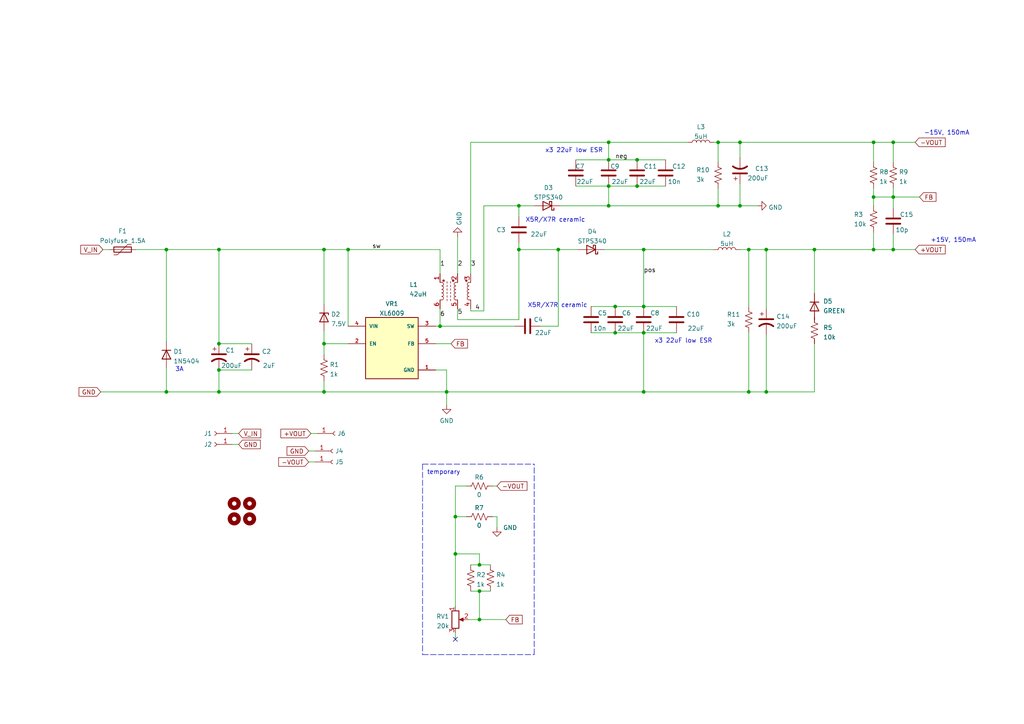
<source format=kicad_sch>
(kicad_sch (version 20211123) (generator eeschema)
  (paper "A4")
  (lib_symbols
    (symbol "!my-kicad-library:L_Ferrite_Coupled_162534" (pin_names (offset 0.254) hide)
      (property "Reference" "L" (at 0 4.445 0))
      (property "Value" "L_Ferrite_Coupled_162534" (at 0 -8.89 0))
      (symbol "L_Ferrite_Coupled_162534_0_1"
        (circle (center -3.048 -5.08) (radius 0.254) (fill (type outline)))
        (circle (center -3.048 -1.27) (radius 0.254) (fill (type outline)))
        (circle (center -3.048 1.524) (radius 0.254) (fill (type outline)))
        (arc (start -2.54 2.032) (mid -2.032 1.524) (end -1.524 2.032))
        (arc (start -1.524 -5.842) (mid -2.032 -5.334) (end -2.54 -5.842))
        (arc (start -1.524 -2.032) (mid -2.032 -1.524) (end -2.54 -2.032))
        (arc (start -1.524 2.032) (mid -1.016 1.524) (end -0.508 2.032))
        (arc (start -0.508 -5.842) (mid -1.016 -5.334) (end -1.524 -5.842))
        (arc (start -0.508 -2.032) (mid -1.016 -1.524) (end -1.524 -2.032))
        (arc (start -0.508 2.032) (mid 0 1.524) (end 0.508 2.032))
        (polyline (pts (xy -2.794 -0.508) (xy -2.286 -0.508)))
        (polyline (pts (xy -2.794 0.508) (xy -2.286 0.508)))
        (polyline (pts (xy -2.54 -5.842) (xy -2.54 -6.35)))
        (polyline (pts (xy -2.54 -2.032) (xy -2.54 -2.54)))
        (polyline (pts (xy -2.54 2.032) (xy -2.54 2.54)))
        (polyline (pts (xy -1.778 -0.508) (xy -1.27 -0.508)))
        (polyline (pts (xy -1.778 0.508) (xy -1.27 0.508)))
        (polyline (pts (xy -0.762 -0.508) (xy -0.254 -0.508)))
        (polyline (pts (xy -0.762 0.508) (xy -0.254 0.508)))
        (polyline (pts (xy 0.254 -0.508) (xy 0.762 -0.508)))
        (polyline (pts (xy 0.254 0.508) (xy 0.762 0.508)))
        (polyline (pts (xy 1.27 -0.508) (xy 1.778 -0.508)))
        (polyline (pts (xy 1.27 0.508) (xy 1.778 0.508)))
        (polyline (pts (xy 2.286 -0.508) (xy 2.794 -0.508)))
        (polyline (pts (xy 2.286 0.508) (xy 2.794 0.508)))
        (polyline (pts (xy 2.54 -5.842) (xy 2.54 -6.35)))
        (polyline (pts (xy 2.54 -2.032) (xy 2.54 -2.54)))
        (polyline (pts (xy 2.54 2.54) (xy 2.54 2.032)))
        (arc (start 0.508 -5.842) (mid 0 -5.334) (end -0.508 -5.842))
        (arc (start 0.508 -2.032) (mid 0 -1.524) (end -0.508 -2.032))
        (arc (start 0.508 2.032) (mid 1.016 1.524) (end 1.524 2.032))
        (arc (start 1.524 -5.842) (mid 1.016 -5.334) (end 0.508 -5.842))
        (arc (start 1.524 -2.032) (mid 1.016 -1.524) (end 0.508 -2.032))
        (arc (start 1.524 2.032) (mid 2.032 1.524) (end 2.54 2.032))
        (arc (start 2.54 -5.842) (mid 2.032 -5.334) (end 1.524 -5.842))
        (arc (start 2.54 -2.032) (mid 2.032 -1.524) (end 1.524 -2.032))
      )
      (symbol "L_Ferrite_Coupled_162534_1_1"
        (pin passive line (at -5.08 2.54 0) (length 2.54) (name "1") (number "1"))
        (pin passive line (at -5.08 -2.54 0) (length 2.54) (name "2") (number "2"))
        (pin passive line (at -5.08 -6.35 0) (length 2.54) (name "3") (number "3"))
        (pin passive line (at 5.08 -6.35 180) (length 2.54) (name "4") (number "4"))
        (pin passive line (at 5.08 -2.54 180) (length 2.54) (name "5") (number "5"))
        (pin passive line (at 5.08 2.54 180) (length 2.54) (name "6") (number "6"))
      )
    )
    (symbol "!my-kicad-library:XL6009" (pin_names (offset 1.016))
      (property "Reference" "VR" (at -7.62 8.89 0))
      (property "Value" "XL6009" (at -7.62 -11.43 0))
      (symbol "XL6009_0_0"
        (rectangle (start -7.62 -10.16) (end 7.62 7.62) (stroke (width 0.254)) (fill (type background)))
        (pin power_in line (at 12.7 -7.62 180) (length 5.08) (name "GND") (number "1"))
        (pin input line (at -12.7 0 0) (length 5.08) (name "EN") (number "2"))
        (pin output line (at 12.7 5.08 180) (length 5.08) (name "SW") (number "3"))
        (pin input line (at -12.7 5.08 0) (length 5.08) (name "VIN") (number "4"))
        (pin input line (at 12.7 0 180) (length 5.08) (name "FB") (number "5"))
      )
    )
    (symbol "Connector:Conn_01x01_Female" (pin_names (offset 1.016) hide)
      (property "Reference" "J" (at 0 2.54 0))
      (property "Value" "Conn_01x01_Female" (at 0 -2.54 0))
      (symbol "Conn_01x01_Female_1_1"
        (polyline (pts (xy -1.27 0) (xy -0.508 0)) (stroke (width 0.1524)))
        (arc (start 0 0.508) (mid -0.508 0) (end 0 -0.508) (stroke (width 0.1524)))
        (pin passive line (at -5.08 0 0) (length 3.81) (name "Pin_1") (number "1"))
      )
    )
    (symbol "Device:C" (pin_numbers hide) (pin_names (offset 0.254))
      (property "Reference" "C" (at 0.635 2.54 0))
      (property "Value" "C" (at 0.635 -2.54 0))
      (symbol "C_0_1"
        (polyline (pts (xy -2.032 -0.762) (xy 2.032 -0.762)) (stroke (width 0.508)))
        (polyline (pts (xy -2.032 0.762) (xy 2.032 0.762)) (stroke (width 0.508)))
      )
      (symbol "C_1_1"
        (pin passive line (at 0 3.81 270) (length 2.794) (name "~") (number "1"))
        (pin passive line (at 0 -3.81 90) (length 2.794) (name "~") (number "2"))
      )
    )
    (symbol "Device:C_Polarized_US" (pin_numbers hide) (pin_names (offset 0.254) hide)
      (property "Reference" "C" (at 0.635 2.54 0))
      (property "Value" "C_Polarized_US" (at 0.635 -2.54 0))
      (symbol "C_Polarized_US_0_1"
        (polyline (pts (xy -2.032 0.762) (xy 2.032 0.762)) (stroke (width 0.508)))
        (polyline (pts (xy -1.778 2.286) (xy -0.762 2.286)))
        (polyline (pts (xy -1.27 1.778) (xy -1.27 2.794)))
        (arc (start 2.032 -1.27) (mid 0 -0.5572) (end -2.032 -1.27) (stroke (width 0.508)))
      )
      (symbol "C_Polarized_US_1_1"
        (pin passive line (at 0 3.81 270) (length 2.794) (name "~") (number "1"))
        (pin passive line (at 0 -3.81 90) (length 3.302) (name "~") (number "2"))
      )
    )
    (symbol "Device:D_Zener" (pin_numbers hide) (pin_names (offset 1.016) hide)
      (property "Reference" "D" (at 0 2.54 0))
      (property "Value" "D_Zener" (at 0 -2.54 0))
      (symbol "D_Zener_0_1"
        (polyline (pts (xy 1.27 0) (xy -1.27 0)))
        (polyline (pts (xy -1.27 -1.27) (xy -1.27 1.27) (xy -0.762 1.27)) (stroke (width 0.254)))
        (polyline (pts (xy 1.27 -1.27) (xy 1.27 1.27) (xy -1.27 0) (xy 1.27 -1.27)) (stroke (width 0.254)))
      )
      (symbol "D_Zener_1_1"
        (pin passive line (at -3.81 0 0) (length 2.54) (name "K") (number "1"))
        (pin passive line (at 3.81 0 180) (length 2.54) (name "A") (number "2"))
      )
    )
    (symbol "Device:L" (pin_numbers hide) (pin_names (offset 1.016) hide)
      (property "Reference" "L" (at -1.27 0 90))
      (property "Value" "L" (at 1.905 0 90))
      (symbol "L_0_1"
        (arc (start 0 -2.54) (mid 0.635 -1.905) (end 0 -1.27))
        (arc (start 0 -1.27) (mid 0.635 -0.635) (end 0 0))
        (arc (start 0 0) (mid 0.635 0.635) (end 0 1.27))
        (arc (start 0 1.27) (mid 0.635 1.905) (end 0 2.54))
      )
      (symbol "L_1_1"
        (pin passive line (at 0 3.81 270) (length 1.27) (name "1") (number "1"))
        (pin passive line (at 0 -3.81 90) (length 1.27) (name "2") (number "2"))
      )
    )
    (symbol "Device:Polyfuse" (pin_numbers hide) (pin_names (offset 0))
      (property "Reference" "F" (at -2.54 0 90))
      (property "Value" "Polyfuse" (at 2.54 0 90))
      (symbol "Polyfuse_0_1"
        (rectangle (start -0.762 2.54) (end 0.762 -2.54) (stroke (width 0.254)))
        (polyline (pts (xy 0 2.54) (xy 0 -2.54)))
        (polyline (pts (xy -1.524 2.54) (xy -1.524 1.524) (xy 1.524 -1.524) (xy 1.524 -2.54)))
      )
      (symbol "Polyfuse_1_1"
        (pin passive line (at 0 3.81 270) (length 1.27) (name "~") (number "1"))
        (pin passive line (at 0 -3.81 90) (length 1.27) (name "~") (number "2"))
      )
    )
    (symbol "Device:R_Potentiometer" (pin_names (offset 1.016) hide)
      (property "Reference" "RV" (at -4.445 0 90))
      (property "Value" "R_Potentiometer" (at -2.54 0 90))
      (symbol "R_Potentiometer_0_1"
        (polyline (pts (xy 2.54 0) (xy 1.524 0)))
        (polyline (pts (xy 1.143 0) (xy 2.286 0.508) (xy 2.286 -0.508) (xy 1.143 0)) (fill (type outline)))
        (rectangle (start 1.016 2.54) (end -1.016 -2.54) (stroke (width 0.254)))
      )
      (symbol "R_Potentiometer_1_1"
        (pin passive line (at 0 3.81 270) (length 1.27) (name "1") (number "1"))
        (pin passive line (at 3.81 0 180) (length 1.27) (name "2") (number "2"))
        (pin passive line (at 0 -3.81 90) (length 1.27) (name "3") (number "3"))
      )
    )
    (symbol "Device:R_US" (pin_numbers hide) (pin_names (offset 0))
      (property "Reference" "R" (at 2.54 0 90))
      (property "Value" "R_US" (at -2.54 0 90))
      (symbol "R_US_0_1"
        (polyline (pts (xy 0 -2.286) (xy 0 -2.54)))
        (polyline (pts (xy 0 2.286) (xy 0 2.54)))
        (polyline (pts (xy 0 -0.762) (xy 1.016 -1.143) (xy 0 -1.524) (xy -1.016 -1.905) (xy 0 -2.286)))
        (polyline (pts (xy 0 0.762) (xy 1.016 0.381) (xy 0 0) (xy -1.016 -0.381) (xy 0 -0.762)))
        (polyline (pts (xy 0 2.286) (xy 1.016 1.905) (xy 0 1.524) (xy -1.016 1.143) (xy 0 0.762)))
      )
      (symbol "R_US_1_1"
        (pin passive line (at 0 3.81 270) (length 1.27) (name "~") (number "1"))
        (pin passive line (at 0 -3.81 90) (length 1.27) (name "~") (number "2"))
      )
    )
    (symbol "Diode:1N4001" (pin_numbers hide) (pin_names (offset 1.016) hide)
      (property "Reference" "D" (at 0 2.54 0))
      (property "Value" "1N4001" (at 0 -2.54 0))
      (symbol "1N4001_0_1"
        (polyline (pts (xy -1.27 1.27) (xy -1.27 -1.27)) (stroke (width 0.254)))
        (polyline (pts (xy 1.27 0) (xy -1.27 0)))
        (polyline (pts (xy 1.27 1.27) (xy 1.27 -1.27) (xy -1.27 0) (xy 1.27 1.27)) (stroke (width 0.254)))
      )
      (symbol "1N4001_1_1"
        (pin passive line (at -3.81 0 0) (length 2.54) (name "K") (number "1"))
        (pin passive line (at 3.81 0 180) (length 2.54) (name "A") (number "2"))
      )
    )
    (symbol "Diode:1N5820" (pin_numbers hide) (pin_names (offset 1.016) hide)
      (property "Reference" "D" (at 0 2.54 0))
      (property "Value" "1N5820" (at 0 -2.54 0))
      (symbol "1N5820_0_1"
        (polyline (pts (xy 1.27 0) (xy -1.27 0)))
        (polyline (pts (xy 1.27 1.27) (xy 1.27 -1.27) (xy -1.27 0) (xy 1.27 1.27)) (stroke (width 0.254)))
        (polyline (pts (xy -1.905 0.635) (xy -1.905 1.27) (xy -1.27 1.27) (xy -1.27 -1.27) (xy -0.635 -1.27) (xy -0.635 -0.635)) (stroke (width 0.254)))
      )
      (symbol "1N5820_1_1"
        (pin passive line (at -3.81 0 0) (length 2.54) (name "K") (number "1"))
        (pin passive line (at 3.81 0 180) (length 2.54) (name "A") (number "2"))
      )
    )
    (symbol "Mechanical:MountingHole" (pin_names (offset 1.016))
      (property "Reference" "H" (at 0 5.08 0))
      (property "Value" "MountingHole" (at 0 3.175 0))
      (symbol "MountingHole_0_1"
        (circle (center 0 0) (radius 1.27) (stroke (width 1.27)))
      )
    )
    (symbol "power:GND" (power) (pin_names (offset 0))
      (property "Value" "GND" (at 0 -3.81 0))
      (symbol "GND_0_1"
        (polyline (pts (xy 0 0) (xy 0 -1.27) (xy 1.27 -1.27) (xy 0 -2.54) (xy -1.27 -1.27) (xy 0 -1.27)))
      )
      (symbol "GND_1_1"
        (pin power_in line (at 0 0 270) (length 0) hide (name "GND") (number "1"))
      )
    )
  )
  (junction (at 186.69 72.39))
  (junction (at 186.69 113.665))
  (junction (at 259.08 57.15))
  (junction (at 127.635 94.615))
  (junction (at 129.54 113.665))
  (junction (at 63.5 113.665))
  (junction (at 176.53 41.275))
  (junction (at 253.365 57.15))
  (junction (at 184.785 46.355))
  (junction (at 63.5 72.39))
  (junction (at 132.08 149.86))
  (junction (at 222.25 113.665))
  (junction (at 63.5 99.695))
  (junction (at 93.98 113.665))
  (junction (at 48.26 72.39))
  (junction (at 63.5 107.315))
  (junction (at 178.435 96.52))
  (junction (at 186.69 96.52))
  (junction (at 186.69 88.9))
  (junction (at 208.28 59.69))
  (junction (at 150.495 72.39))
  (junction (at 100.965 72.39))
  (junction (at 217.17 72.39))
  (junction (at 184.785 53.975))
  (junction (at 259.08 72.39))
  (junction (at 161.925 72.39))
  (junction (at 253.365 41.275))
  (junction (at 236.22 72.39))
  (junction (at 93.98 99.695))
  (junction (at 139.065 179.705))
  (junction (at 208.28 41.275))
  (junction (at 259.08 41.275))
  (junction (at 132.08 160.655))
  (junction (at 178.435 88.9))
  (junction (at 253.365 72.39))
  (junction (at 139.065 163.83))
  (junction (at 214.63 59.69))
  (junction (at 176.53 53.975))
  (junction (at 48.26 113.665))
  (junction (at 222.25 72.39))
  (junction (at 139.065 171.45))
  (junction (at 217.17 113.665))
  (junction (at 176.53 59.69))
  (junction (at 150.495 59.69))
  (junction (at 176.53 46.355))
  (junction (at 93.98 72.39))
  (junction (at 214.63 41.275))
  (no_connect (at 132.08 185.42))
  (wire (pts (xy 127.635 79.375) (xy 127.635 72.39)))
  (wire (pts (xy 136.525 171.45) (xy 139.065 171.45)))
  (wire (pts (xy 67.31 125.73) (xy 69.215 125.73)))
  (wire (pts (xy 253.365 57.15) (xy 253.365 59.69)))
  (wire (pts (xy 176.53 46.355) (xy 167.005 46.355)))
  (wire (pts (xy 150.495 62.865) (xy 150.495 59.69)))
  (wire (pts (xy 176.53 53.975) (xy 167.005 53.975)))
  (wire (pts (xy 222.25 72.39) (xy 236.22 72.39)))
  (wire (pts (xy 214.63 59.69) (xy 219.71 59.69)))
  (wire (pts (xy 156.845 94.615) (xy 161.925 94.615)))
  (wire (pts (xy 186.69 72.39) (xy 207.01 72.39)))
  (wire (pts (xy 217.17 72.39) (xy 222.25 72.39)))
  (wire (pts (xy 129.54 113.665) (xy 129.54 117.475)))
  (wire (pts (xy 126.365 99.695) (xy 130.81 99.695)))
  (wire (pts (xy 236.22 99.695) (xy 236.22 113.665)))
  (wire (pts (xy 127.635 94.615) (xy 149.225 94.615)))
  (wire (pts (xy 139.065 179.705) (xy 146.685 179.705)))
  (wire (pts (xy 100.965 72.39) (xy 93.98 72.39)))
  (wire (pts (xy 214.63 53.34) (xy 214.63 59.69)))
  (wire (pts (xy 236.22 92.71) (xy 236.22 92.075)))
  (wire (pts (xy 186.69 88.9) (xy 196.215 88.9)))
  (wire (pts (xy 222.25 97.155) (xy 222.25 113.665)))
  (wire (pts (xy 259.08 54.61) (xy 259.08 57.15)))
  (wire (pts (xy 139.065 171.45) (xy 142.24 171.45)))
  (polyline (pts (xy 122.555 189.865) (xy 154.94 189.865)))
  (wire (pts (xy 139.065 163.83) (xy 142.24 163.83)))
  (wire (pts (xy 150.495 72.39) (xy 161.925 72.39)))
  (wire (pts (xy 126.365 94.615) (xy 127.635 94.615)))
  (wire (pts (xy 208.28 41.275) (xy 208.28 46.99)))
  (wire (pts (xy 150.495 92.71) (xy 150.495 72.39)))
  (wire (pts (xy 140.335 59.69) (xy 150.495 59.69)))
  (wire (pts (xy 176.53 53.975) (xy 176.53 59.69)))
  (wire (pts (xy 214.63 72.39) (xy 217.17 72.39)))
  (wire (pts (xy 48.26 72.39) (xy 48.26 99.06)))
  (wire (pts (xy 176.53 41.275) (xy 199.4739 41.275)))
  (wire (pts (xy 214.63 41.275) (xy 214.63 45.72)))
  (wire (pts (xy 132.715 89.535) (xy 132.715 92.71)))
  (polyline (pts (xy 122.555 134.62) (xy 122.555 189.865)))
  (wire (pts (xy 132.08 140.97) (xy 132.08 149.86)))
  (wire (pts (xy 253.365 41.275) (xy 253.365 46.99)))
  (wire (pts (xy 48.26 72.39) (xy 63.5 72.39)))
  (wire (pts (xy 63.5 72.39) (xy 63.5 99.695)))
  (wire (pts (xy 135.255 140.97) (xy 132.08 140.97)))
  (polyline (pts (xy 122.555 134.62) (xy 154.94 134.62)))
  (wire (pts (xy 93.98 113.665) (xy 129.54 113.665)))
  (wire (pts (xy 259.08 57.15) (xy 266.7 57.15)))
  (wire (pts (xy 132.715 68.58) (xy 132.715 79.375)))
  (wire (pts (xy 184.785 53.975) (xy 176.53 53.975)))
  (wire (pts (xy 184.785 53.975) (xy 193.04 53.975)))
  (wire (pts (xy 178.435 96.52) (xy 186.69 96.52)))
  (wire (pts (xy 171.45 96.52) (xy 178.435 96.52)))
  (polyline (pts (xy 154.94 189.865) (xy 154.94 134.62)))
  (wire (pts (xy 253.365 67.31) (xy 253.365 72.39)))
  (wire (pts (xy 93.98 72.39) (xy 93.98 88.265)))
  (wire (pts (xy 127.635 72.39) (xy 100.965 72.39)))
  (wire (pts (xy 184.785 46.355) (xy 193.04 46.355)))
  (wire (pts (xy 253.365 72.39) (xy 259.08 72.39)))
  (wire (pts (xy 100.965 99.695) (xy 93.98 99.695)))
  (wire (pts (xy 222.25 113.665) (xy 217.17 113.665)))
  (wire (pts (xy 236.22 72.39) (xy 253.365 72.39)))
  (wire (pts (xy 63.5 107.315) (xy 63.5 113.665)))
  (wire (pts (xy 175.26 72.39) (xy 186.69 72.39)))
  (wire (pts (xy 176.53 59.69) (xy 208.28 59.69)))
  (wire (pts (xy 259.08 41.275) (xy 259.08 46.99)))
  (wire (pts (xy 136.525 89.535) (xy 136.525 90.17)))
  (wire (pts (xy 253.365 54.61) (xy 253.365 57.15)))
  (wire (pts (xy 253.365 57.15) (xy 259.08 57.15)))
  (wire (pts (xy 178.435 88.9) (xy 186.69 88.9)))
  (wire (pts (xy 135.89 179.705) (xy 139.065 179.705)))
  (wire (pts (xy 142.875 140.97) (xy 144.145 140.97)))
  (wire (pts (xy 139.065 163.83) (xy 139.065 160.655)))
  (wire (pts (xy 129.54 113.665) (xy 186.69 113.665)))
  (wire (pts (xy 207.0939 41.275) (xy 208.28 41.275)))
  (wire (pts (xy 63.5 72.39) (xy 93.98 72.39)))
  (wire (pts (xy 214.63 41.275) (xy 253.365 41.275)))
  (wire (pts (xy 126.365 107.315) (xy 129.54 107.315)))
  (wire (pts (xy 29.21 113.665) (xy 48.26 113.665)))
  (wire (pts (xy 236.22 113.665) (xy 222.25 113.665)))
  (wire (pts (xy 139.065 171.45) (xy 139.065 179.705)))
  (wire (pts (xy 186.69 96.52) (xy 196.215 96.52)))
  (wire (pts (xy 136.525 41.275) (xy 176.53 41.275)))
  (wire (pts (xy 144.145 149.86) (xy 144.145 153.035)))
  (wire (pts (xy 253.365 41.275) (xy 259.08 41.275)))
  (wire (pts (xy 259.08 67.945) (xy 259.08 72.39)))
  (wire (pts (xy 136.525 163.83) (xy 139.065 163.83)))
  (wire (pts (xy 186.69 96.52) (xy 186.69 113.665)))
  (wire (pts (xy 208.28 54.61) (xy 208.28 59.69)))
  (wire (pts (xy 91.44 130.81) (xy 89.535 130.81)))
  (wire (pts (xy 132.08 183.515) (xy 132.08 185.42)))
  (wire (pts (xy 63.5 113.665) (xy 93.98 113.665)))
  (wire (pts (xy 136.525 90.17) (xy 140.335 90.17)))
  (wire (pts (xy 236.22 72.39) (xy 236.22 85.09)))
  (wire (pts (xy 39.37 72.39) (xy 48.26 72.39)))
  (wire (pts (xy 162.56 59.69) (xy 176.53 59.69)))
  (wire (pts (xy 208.28 41.275) (xy 214.63 41.275)))
  (wire (pts (xy 48.26 113.665) (xy 63.5 113.665)))
  (wire (pts (xy 186.69 72.39) (xy 186.69 88.9)))
  (wire (pts (xy 208.28 59.69) (xy 214.63 59.69)))
  (wire (pts (xy 265.43 72.39) (xy 259.08 72.39)))
  (wire (pts (xy 171.45 88.9) (xy 178.435 88.9)))
  (wire (pts (xy 222.25 89.535) (xy 222.25 72.39)))
  (wire (pts (xy 184.785 46.355) (xy 176.53 46.355)))
  (wire (pts (xy 91.44 133.985) (xy 89.535 133.985)))
  (wire (pts (xy 132.08 149.86) (xy 132.08 160.655)))
  (wire (pts (xy 142.875 149.86) (xy 144.145 149.86)))
  (wire (pts (xy 132.08 160.655) (xy 139.065 160.655)))
  (wire (pts (xy 93.98 110.49) (xy 93.98 113.665)))
  (wire (pts (xy 63.5 107.315) (xy 73.025 107.315)))
  (wire (pts (xy 150.495 59.69) (xy 154.94 59.69)))
  (wire (pts (xy 29.845 72.39) (xy 31.75 72.39)))
  (wire (pts (xy 132.08 160.655) (xy 132.08 175.895)))
  (wire (pts (xy 161.925 94.615) (xy 161.925 72.39)))
  (wire (pts (xy 217.17 72.39) (xy 217.17 88.9)))
  (wire (pts (xy 48.26 106.68) (xy 48.26 113.665)))
  (wire (pts (xy 67.31 128.905) (xy 69.215 128.905)))
  (wire (pts (xy 259.08 41.275) (xy 265.43 41.275)))
  (wire (pts (xy 63.5 99.695) (xy 73.025 99.695)))
  (wire (pts (xy 132.08 149.86) (xy 135.255 149.86)))
  (wire (pts (xy 161.925 72.39) (xy 167.64 72.39)))
  (wire (pts (xy 259.08 57.15) (xy 259.08 60.325)))
  (wire (pts (xy 93.98 99.695) (xy 93.98 102.87)))
  (wire (pts (xy 127.635 89.535) (xy 127.635 94.615)))
  (wire (pts (xy 150.495 70.485) (xy 150.495 72.39)))
  (wire (pts (xy 136.525 41.275) (xy 136.525 79.375)))
  (wire (pts (xy 186.69 113.665) (xy 217.17 113.665)))
  (wire (pts (xy 100.965 72.39) (xy 100.965 94.615)))
  (wire (pts (xy 129.54 107.315) (xy 129.54 113.665)))
  (wire (pts (xy 132.715 92.71) (xy 150.495 92.71)))
  (wire (pts (xy 92.075 125.73) (xy 90.17 125.73)))
  (wire (pts (xy 176.53 41.275) (xy 176.53 46.355)))
  (wire (pts (xy 93.98 99.695) (xy 93.98 95.885)))
  (wire (pts (xy 140.335 90.17) (xy 140.335 59.69)))
  (wire (pts (xy 217.17 96.52) (xy 217.17 113.665)))
  (text "x3 22uF low ESR" (at 189.865 99.695 0) (effects (font (size 1.27 1.27)) (justify left bottom)))
  (text "-15V, 150mA" (at 267.97 39.37 0) (effects (font (size 1.27 1.27)) (justify left bottom)))
  (text "3A" (at 50.8 107.95 0) (effects (font (size 1.27 1.27)) (justify left bottom)))
  (text "X5R/X7R ceramic\n\n" (at 152.4 66.675 0) (effects (font (size 1.27 1.27)) (justify left bottom)))
  (text "temporary" (at 123.825 137.795 0) (effects (font (size 1.27 1.27)) (justify left bottom)))
  (text "+15V, 150mA" (at 269.875 70.485 0) (effects (font (size 1.27 1.27)) (justify left bottom)))
  (text "x3 22uF low ESR" (at 158.115 44.45 0) (effects (font (size 1.27 1.27)) (justify left bottom)))
  (text "X5R/X7R ceramic\n\n" (at 153.035 91.44 0) (effects (font (size 1.27 1.27)) (justify left bottom)))
  (label "6" (at 127.635 92.075 0))
  (label "2" (at 132.715 77.47 0))
  (label "sw" (at 107.95 72.39 0))
  (label "1" (at 127.635 77.47 0))
  (label "neg" (at 178.435 46.355 0))
  (label "3" (at 136.525 77.47 0))
  (label "5" (at 132.715 91.44 0))
  (label "pos" (at 186.69 79.375 0))
  (label "4" (at 137.795 90.17 0))
  (global_label "FB" (shape input) (at 130.81 99.695 0) (property "Intersheet References" "${INTERSHEET_REFS}" (effects hide)))
  (global_label "GND" (shape input) (at 69.215 128.905 0) (property "Intersheet References" "${INTERSHEET_REFS}" (effects hide)))
  (global_label "+VOUT" (shape input) (at 265.43 72.39 0) (property "Intersheet References" "${INTERSHEET_REFS}" (effects hide)))
  (global_label "V_IN" (shape input) (at 69.215 125.73 0) (property "Intersheet References" "${INTERSHEET_REFS}" (effects hide)))
  (global_label "GND" (shape input) (at 29.21 113.665 180) (property "Intersheet References" "${INTERSHEET_REFS}" (effects hide)))
  (global_label "GND" (shape input) (at 89.535 130.81 180) (property "Intersheet References" "${INTERSHEET_REFS}" (effects hide)))
  (global_label "V_IN" (shape input) (at 29.845 72.39 180) (property "Intersheet References" "${INTERSHEET_REFS}" (effects hide)))
  (global_label "FB" (shape input) (at 146.685 179.705 0) (property "Intersheet References" "${INTERSHEET_REFS}" (effects hide)))
  (global_label "-VOUT" (shape input) (at 265.43 41.275 0) (property "Intersheet References" "${INTERSHEET_REFS}" (effects hide)))
  (global_label "+VOUT" (shape input) (at 90.17 125.73 180) (property "Intersheet References" "${INTERSHEET_REFS}" (effects hide)))
  (global_label "-VOUT" (shape input) (at 89.535 133.985 180) (property "Intersheet References" "${INTERSHEET_REFS}" (effects hide)))
  (global_label "-VOUT" (shape input) (at 144.145 140.97 0) (property "Intersheet References" "${INTERSHEET_REFS}" (effects hide)))
  (global_label "FB" (shape input) (at 266.7 57.15 0) (property "Intersheet References" "${INTERSHEET_REFS}" (effects hide)))
  (symbol (lib_id "Device:D_Zener") (at 93.98 92.075 270) (unit 1)
    (property "Reference" "D2" (at 96.012 91.1665 90) (effects (justify left)))
    (property "Value" "7.5V" (at 96.012 93.9416 90) (effects (justify left)))
    (property "Footprint" "Diode_SMD:D_MiniMELF" (effects hide))
  )
  (symbol (lib_id "Device:C_Polarized_US") (at 214.63 49.53 0) (mirror x) (unit 1)
    (property "Reference" "C13" (at 222.885 48.895 0) (effects (justify right)))
    (property "Value" "200uF" (at 222.885 51.6701 0) (effects (justify right)))
    (property "Footprint" "Capacitor_THT:CP_Radial_D10.0mm_P5.00mm" (effects hide))
  )
  (symbol (lib_id "Connector:Conn_01x01_Female") (at 96.52 133.985 0) (mirror x) (unit 1)
    (property "Reference" "J5" (at 98.425 133.985 0))
    (property "Value" "Vout-" (effects hide))
    (property "Footprint" "Connector_Wire:SolderWire-0.5sqmm_1x01_D0.9mm_OD2.3mm" (effects hide))
  )
  (symbol (lib_id "Diode:1N5820") (at 171.45 72.39 180) (unit 1)
    (property "Reference" "D4" (at 171.7675 67.1535 0))
    (property "Value" "STPS340" (at 171.7675 69.9286 0))
    (property "Footprint" "Diode_SMD:D_SMB" (effects hide))
    (property "Datasheet" "http://www.vishay.com/docs/88526/1n5820.pdf" (effects hide))
  )
  (symbol (lib_id "!my-kicad-library:L_Ferrite_Coupled_162534") (at 130.175 84.455 90) (mirror x) (unit 1)
    (property "Reference" "L1" (at 118.745 82.55 90) (effects (justify right)))
    (property "Value" "42uH" (at 118.745 85.3251 90) (effects (justify right)))
    (property "Footprint" "!my-kicad-library:inductor-3filar" (effects hide))
  )
  (symbol (lib_id "Diode:1N5820") (at 158.75 59.69 180) (unit 1)
    (property "Reference" "D3" (at 159.0675 54.4535 0))
    (property "Value" "STPS340" (at 159.0675 57.2286 0))
    (property "Footprint" "Diode_SMD:D_SMB" (effects hide))
    (property "Datasheet" "http://www.vishay.com/docs/88526/1n5820.pdf" (effects hide))
  )
  (symbol (lib_id "Device:C") (at 153.035 94.615 90) (unit 1)
    (property "Reference" "C4" (at 157.48 92.71 90) (effects (justify left)))
    (property "Value" "22uF" (at 160.02 96.52 90) (effects (justify left)))
    (property "Footprint" "Capacitor_SMD:C_1206_3216Metric" (effects hide))
  )
  (symbol (lib_id "Device:R_US") (at 136.525 167.64 0) (unit 1)
    (property "Reference" "R2" (at 138.176 166.7315 0) (effects (justify left)))
    (property "Value" "1k" (at 138.176 169.5066 0) (effects (justify left)))
    (property "Footprint" "Resistor_SMD:R_0805_2012Metric" (effects hide))
  )
  (symbol (lib_id "Device:C") (at 196.215 92.71 0) (unit 1)
    (property "Reference" "C10" (at 199.136 91.1665 0) (effects (justify left)))
    (property "Value" "22uF" (at 199.39 95.25 0) (effects (justify left)))
    (property "Footprint" "Capacitor_SMD:C_1206_3216Metric" (effects hide))
  )
  (symbol (lib_id "Device:R_US") (at 253.365 50.8 0) (unit 1) (in_bom no) (on_board no)
    (property "Reference" "R8" (at 255.016 49.8915 0) (effects (justify left)))
    (property "Value" "1k" (at 255.016 52.6666 0) (effects (justify left)))
    (property "Footprint" "Resistor_SMD:R_0805_2012Metric" (effects hide))
  )
  (symbol (lib_id "Device:R_US") (at 259.08 50.8 0) (unit 1) (in_bom no) (on_board no)
    (property "Reference" "R9" (at 260.731 49.8915 0) (effects (justify left)))
    (property "Value" "1k" (at 260.731 52.6666 0) (effects (justify left)))
    (property "Footprint" "Resistor_SMD:R_0805_2012Metric" (effects hide))
  )
  (symbol (lib_id "power:GND") (at 144.145 153.035 0) (unit 1)
    (property "Reference" "#PWR04" (effects hide))
    (property "Value" "GND" (at 147.955 153.035 0))
  )
  (symbol (lib_id "Device:Polyfuse") (at 35.56 72.39 270) (unit 1)
    (property "Reference" "F1" (at 35.56 67.0265 90))
    (property "Value" "Polyfuse 1.5A" (at 35.56 69.8016 90))
    (property "Footprint" "Resistor_SMD:R_1812_4532Metric" (effects hide))
  )
  (symbol (lib_id "Device:L") (at 203.2839 41.275 90) (unit 1)
    (property "Reference" "L3" (at 203.2839 36.8005 90))
    (property "Value" "5uH" (at 203.2839 39.5756 90))
    (property "Footprint" "Capacitor_THT:CP_Radial_D6.3mm_P2.50mm" (effects hide))
  )
  (symbol (lib_id "Device:R_Potentiometer") (at 132.08 179.705 0) (unit 1)
    (property "Reference" "RV1" (at 130.3021 178.7965 0) (effects (justify right)))
    (property "Value" "20k" (at 130.3021 181.5716 0) (effects (justify right)))
    (property "Footprint" "Potentiometer_THT:Potentiometer_Bourns_3296W_Vertical" (effects hide))
  )
  (symbol (lib_id "Device:C") (at 167.005 50.165 180) (unit 1)
    (property "Reference" "C7" (at 169.545 48.26 0) (effects (justify left)))
    (property "Value" "22uF" (at 172.085 52.705 0) (effects (justify left)))
    (property "Footprint" "Capacitor_SMD:C_1206_3216Metric" (effects hide))
  )
  (symbol (lib_id "Device:C") (at 193.04 50.165 0) (unit 1)
    (property "Reference" "C12" (at 194.945 48.26 0) (effects (justify left)))
    (property "Value" "10n" (at 193.675 52.705 0) (effects (justify left)))
    (property "Footprint" "Capacitor_SMD:C_1206_3216Metric" (effects hide))
  )
  (symbol (lib_id "Device:R_US") (at 208.28 50.8 0) (unit 1)
    (property "Reference" "R10" (at 201.93 49.2949 0) (effects (justify left)))
    (property "Value" "3k" (at 201.93 52.07 0) (effects (justify left)))
    (property "Footprint" "Resistor_SMD:R_0805_2012Metric" (effects hide))
  )
  (symbol (lib_id "Mechanical:MountingHole") (at 72.39 146.05 0) (unit 1)
    (property "Reference" "H3" (effects hide))
    (property "Value" "MountingHole" (effects hide))
    (property "Footprint" "MountingHole:MountingHole_3mm" (effects hide))
  )
  (symbol (lib_id "Connector:Conn_01x01_Female") (at 97.155 125.73 0) (mirror x) (unit 1)
    (property "Reference" "J6" (at 99.06 125.73 0))
    (property "Value" "Vout+" (effects hide))
    (property "Footprint" "Connector_Wire:SolderWire-0.5sqmm_1x01_D0.9mm_OD2.3mm" (effects hide))
  )
  (symbol (lib_id "Device:C") (at 150.495 66.675 180) (unit 1)
    (property "Reference" "C3" (at 146.685 66.675 0) (effects (justify left)))
    (property "Value" "22uF" (at 158.75 67.945 0) (effects (justify left)))
    (property "Footprint" "Capacitor_SMD:C_1206_3216Metric" (effects hide))
  )
  (symbol (lib_id "Connector:Conn_01x01_Female") (at 62.23 125.73 180) (unit 1)
    (property "Reference" "J1" (at 60.325 125.73 0))
    (property "Value" "Vin" (effects hide))
    (property "Footprint" "Connector_Wire:SolderWire-0.5sqmm_1x01_D0.9mm_OD2.3mm" (effects hide))
  )
  (symbol (lib_id "Device:R_US") (at 142.24 167.64 0) (unit 1)
    (property "Reference" "R4" (at 143.891 166.7315 0) (effects (justify left)))
    (property "Value" "1k" (at 143.891 169.5066 0) (effects (justify left)))
    (property "Footprint" "Resistor_SMD:R_0805_2012Metric" (effects hide))
  )
  (symbol (lib_id "Device:R_US") (at 139.065 140.97 90) (unit 1)
    (property "Reference" "R6" (at 140.335 138.43 90) (effects (justify left)))
    (property "Value" "0" (at 139.7 143.51 90) (effects (justify left)))
    (property "Footprint" "Resistor_SMD:R_0805_2012Metric" (effects hide))
  )
  (symbol (lib_id "Device:C") (at 171.45 92.71 0) (unit 1)
    (property "Reference" "C5" (at 173.355 90.805 0) (effects (justify left)))
    (property "Value" "10n" (at 172.085 95.25 0) (effects (justify left)))
    (property "Footprint" "Capacitor_SMD:C_1206_3216Metric" (effects hide))
  )
  (symbol (lib_id "power:GND") (at 132.715 68.58 180) (unit 1)
    (property "Reference" "#PWR02" (effects hide))
    (property "Value" "GND" (at 133.194 65.405 90) (effects (justify right)))
  )
  (symbol (lib_id "Device:C") (at 184.785 50.165 0) (unit 1)
    (property "Reference" "C11" (at 186.69 48.26 0) (effects (justify left)))
    (property "Value" "22uF" (at 185.42 52.705 0) (effects (justify left)))
    (property "Footprint" "Capacitor_SMD:C_1206_3216Metric" (effects hide))
  )
  (symbol (lib_id "Device:C_Polarized_US") (at 222.25 93.345 0) (unit 1)
    (property "Reference" "C14" (at 225.171 91.8015 0) (effects (justify left)))
    (property "Value" "200uF" (at 225.171 94.5766 0) (effects (justify left)))
    (property "Footprint" "Capacitor_THT:CP_Radial_D10.0mm_P5.00mm" (effects hide))
  )
  (symbol (lib_id "Device:R_US") (at 253.365 63.5 0) (unit 1)
    (property "Reference" "R3" (at 247.65 62.23 0) (effects (justify left)))
    (property "Value" "10k" (at 247.65 65.0051 0) (effects (justify left)))
    (property "Footprint" "Resistor_SMD:R_0805_2012Metric" (effects hide))
  )
  (symbol (lib_id "Device:C") (at 178.435 92.71 0) (unit 1)
    (property "Reference" "C6" (at 180.34 90.805 0) (effects (justify left)))
    (property "Value" "22uF" (at 179.07 95.25 0) (effects (justify left)))
    (property "Footprint" "Capacitor_SMD:C_1206_3216Metric" (effects hide))
  )
  (symbol (lib_id "Device:R_US") (at 93.98 106.68 0) (unit 1)
    (property "Reference" "R1" (at 95.631 105.7715 0) (effects (justify left)))
    (property "Value" "1k" (at 95.631 108.5466 0) (effects (justify left)))
    (property "Footprint" "Resistor_SMD:R_0805_2012Metric" (effects hide))
  )
  (symbol (lib_id "Device:C") (at 186.69 92.71 0) (unit 1)
    (property "Reference" "C8" (at 188.595 90.805 0) (effects (justify left)))
    (property "Value" "22uF" (at 187.325 95.25 0) (effects (justify left)))
    (property "Footprint" "Capacitor_SMD:C_1206_3216Metric" (effects hide))
  )
  (symbol (lib_id "Diode:1N4001") (at 236.22 88.9 270) (unit 1)
    (property "Reference" "D5" (at 238.76 87.3949 90) (effects (justify left)))
    (property "Value" "GREEN" (at 238.76 90.17 90) (effects (justify left)))
    (property "Footprint" "LED_THT:LED_D5.0mm" (effects hide))
    (property "Datasheet" "http://www.vishay.com/docs/88503/1n4001.pdf" (effects hide))
  )
  (symbol (lib_id "Mechanical:MountingHole") (at 67.945 146.05 0) (unit 1)
    (property "Reference" "H1" (effects hide))
    (property "Value" "MountingHole" (effects hide))
    (property "Footprint" "MountingHole:MountingHole_3mm" (effects hide))
  )
  (symbol (lib_id "Device:R_US") (at 217.17 92.71 0) (unit 1)
    (property "Reference" "R11" (at 210.82 91.2049 0) (effects (justify left)))
    (property "Value" "3k" (at 210.82 93.98 0) (effects (justify left)))
    (property "Footprint" "Resistor_SMD:R_0805_2012Metric" (effects hide))
  )
  (symbol (lib_id "Device:C") (at 176.53 50.165 180) (unit 1)
    (property "Reference" "C9" (at 179.705 48.26 0) (effects (justify left)))
    (property "Value" "22uF" (at 182.245 52.705 0) (effects (justify left)))
    (property "Footprint" "Capacitor_SMD:C_1206_3216Metric" (effects hide))
  )
  (symbol (lib_id "power:GND") (at 219.71 59.69 90) (unit 1)
    (property "Reference" "#PWR03" (effects hide))
    (property "Value" "GND" (at 222.885 60.169 90) (effects (justify right)))
  )
  (symbol (lib_id "Diode:1N4001") (at 48.26 102.87 270) (unit 1)
    (property "Reference" "D1" (at 50.292 101.9615 90) (effects (justify left)))
    (property "Value" "1N5404" (at 50.292 104.7366 90) (effects (justify left)))
    (property "Footprint" "Diode_THT:D_DO-41_SOD81_P3.81mm_Vertical_AnodeUp" (effects hide))
    (property "Datasheet" "http://www.vishay.com/docs/88503/1n4001.pdf" (effects hide))
  )
  (symbol (lib_id "Device:L") (at 210.82 72.39 90) (unit 1)
    (property "Reference" "L2" (at 210.82 67.9155 90))
    (property "Value" "5uH" (at 210.82 70.6906 90))
    (property "Footprint" "Capacitor_THT:CP_Radial_D6.3mm_P2.50mm" (effects hide))
  )
  (symbol (lib_id "Device:C_Polarized_US") (at 73.025 103.505 0) (unit 1)
    (property "Reference" "C2" (at 75.946 101.9615 0) (effects (justify left)))
    (property "Value" "2uF" (at 76.2 106.045 0) (effects (justify left)))
    (property "Footprint" "Capacitor_SMD:C_1206_3216Metric" (effects hide))
  )
  (symbol (lib_id "Device:R_US") (at 236.22 95.885 0) (unit 1)
    (property "Reference" "R5" (at 238.76 95.0149 0) (effects (justify left)))
    (property "Value" "10k" (at 238.76 97.79 0) (effects (justify left)))
    (property "Footprint" "Resistor_SMD:R_0805_2012Metric" (effects hide))
  )
  (symbol (lib_id "!my-kicad-library:XL6009") (at 113.665 99.695 0) (unit 1)
    (property "Reference" "VR1" (at 113.665 88.1085 0))
    (property "Value" "XL6009" (at 113.665 90.8836 0))
    (property "Footprint" "!my-kicad-library:XL6009-DPAK" (effects hide))
    (property "Datasheet" "https://www.haoyuelectronics.com/Attachment/XL6009/XL6009-DC-DC-Converter-Datasheet.pdf" (effects hide))
    (property "MAXIMUM_PACKAGE_HEIGHT" "4.65mm" (effects hide))
    (property "PARTREV" "1.1" (effects hide))
    (property "MANUFACTURER" "XLSEMI" (effects hide))
    (property "STANDARD" "IPC-7351B" (effects hide))
  )
  (symbol (lib_id "Device:R_US") (at 139.065 149.86 90) (unit 1)
    (property "Reference" "R7" (at 140.335 147.32 90) (effects (justify left)))
    (property "Value" "0" (at 139.7 152.4 90) (effects (justify left)))
    (property "Footprint" "Resistor_SMD:R_0805_2012Metric" (effects hide))
  )
  (symbol (lib_id "power:GND") (at 129.54 117.475 0) (unit 1)
    (property "Reference" "#PWR01" (effects hide))
    (property "Value" "GND" (at 129.54 122.0375 0))
  )
  (symbol (lib_id "Device:C_Polarized_US") (at 63.5 103.505 0) (unit 1)
    (property "Reference" "C1" (at 65.405 101.6 0) (effects (justify left)))
    (property "Value" "200uF" (at 64.135 106.045 0) (effects (justify left)))
    (property "Footprint" "Capacitor_THT:CP_Radial_D10.0mm_P5.00mm" (effects hide))
  )
  (symbol (lib_id "Connector:Conn_01x01_Female") (at 96.52 130.81 0) (mirror x) (unit 1)
    (property "Reference" "J4" (at 98.425 130.81 0))
    (property "Value" "GND" (effects hide))
    (property "Footprint" "Connector_Wire:SolderWire-0.5sqmm_1x01_D0.9mm_OD2.3mm" (effects hide))
  )
  (symbol (lib_id "Connector:Conn_01x01_Female") (at 62.23 128.905 180) (unit 1)
    (property "Reference" "J2" (at 60.325 128.905 0))
    (property "Value" "GND" (effects hide))
    (property "Footprint" "Connector_Wire:SolderWire-0.5sqmm_1x01_D0.9mm_OD2.3mm" (effects hide))
  )
  (symbol (lib_id "Mechanical:MountingHole") (at 67.945 150.495 0) (unit 1)
    (property "Reference" "H2" (effects hide))
    (property "Value" "MountingHole" (effects hide))
    (property "Footprint" "MountingHole:MountingHole_3mm" (effects hide))
  )
  (symbol (lib_id "Device:C") (at 259.08 64.135 0) (unit 1)
    (property "Reference" "C15" (at 260.985 62.23 0) (effects (justify left)))
    (property "Value" "10p" (at 259.715 66.675 0) (effects (justify left)))
    (property "Footprint" "Capacitor_SMD:C_1206_3216Metric" (effects hide))
  )
  (symbol (lib_id "Mechanical:MountingHole") (at 72.39 150.495 0) (unit 1)
    (property "Reference" "H4" (effects hide))
    (property "Value" "MountingHole" (effects hide))
    (property "Footprint" "MountingHole:MountingHole_3mm" (effects hide))
  )
)
</source>
